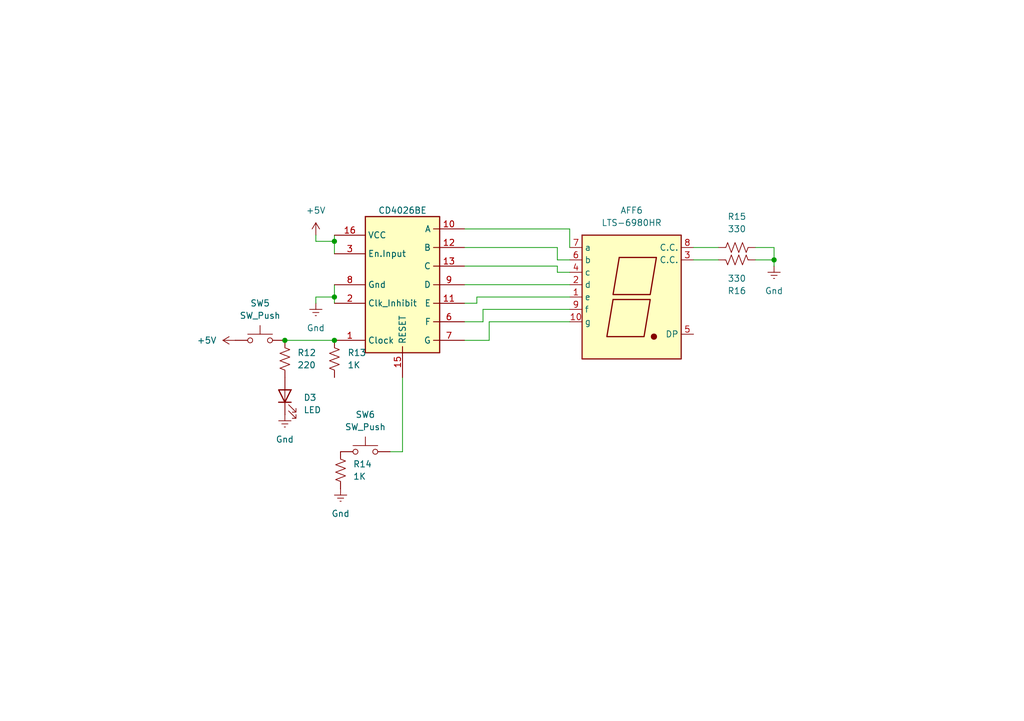
<source format=kicad_sch>
(kicad_sch
	(version 20250114)
	(generator "eeschema")
	(generator_version "9.0")
	(uuid "280cface-01ee-4c6b-af6a-a309d9b90fb2")
	(paper "A5")
	(lib_symbols
		(symbol "4xxx:CD4026BE"
			(exclude_from_sim no)
			(in_bom yes)
			(on_board yes)
			(property "Reference" "CD4026BE"
				(at -0.254 14.986 0)
				(effects
					(font
						(size 1.27 1.27)
					)
					(hide yes)
				)
			)
			(property "Value" ""
				(at 0 0 0)
				(effects
					(font
						(size 1.27 1.27)
					)
				)
			)
			(property "Footprint" ""
				(at 0 0 0)
				(effects
					(font
						(size 1.27 1.27)
					)
					(hide yes)
				)
			)
			(property "Datasheet" ""
				(at 0 0 0)
				(effects
					(font
						(size 1.27 1.27)
					)
					(hide yes)
				)
			)
			(property "Description" ""
				(at 0 0 0)
				(effects
					(font
						(size 1.27 1.27)
					)
					(hide yes)
				)
			)
			(symbol "CD4026BE_1_1"
				(rectangle
					(start -7.62 13.97)
					(end 7.62 -13.97)
					(stroke
						(width 0.254)
						(type default)
					)
					(fill
						(type background)
					)
				)
				(pin power_in line
					(at -13.97 10.16 0)
					(length 6.35)
					(name "VCC"
						(effects
							(font
								(size 1.27 1.27)
							)
						)
					)
					(number "16"
						(effects
							(font
								(size 1.27 1.27)
							)
						)
					)
				)
				(pin input line
					(at -13.97 6.35 0)
					(length 6.35)
					(name "En.Input"
						(effects
							(font
								(size 1.27 1.27)
							)
						)
					)
					(number "3"
						(effects
							(font
								(size 1.27 1.27)
							)
						)
					)
				)
				(pin power_in line
					(at -13.97 0 0)
					(length 6.35)
					(name "Gnd"
						(effects
							(font
								(size 1.27 1.27)
							)
						)
					)
					(number "8"
						(effects
							(font
								(size 1.27 1.27)
							)
						)
					)
				)
				(pin power_in line
					(at -13.97 -3.81 0)
					(length 6.35)
					(name "Clk_Inhibit"
						(effects
							(font
								(size 1.27 1.27)
							)
						)
					)
					(number "2"
						(effects
							(font
								(size 1.27 1.27)
							)
						)
					)
				)
				(pin input line
					(at -13.97 -11.43 0)
					(length 6.35)
					(name "Clock"
						(effects
							(font
								(size 1.27 1.27)
							)
						)
					)
					(number "1"
						(effects
							(font
								(size 1.27 1.27)
							)
						)
					)
				)
				(pin output line
					(at 0 -19.05 90)
					(length 6.35)
					(name "RESET"
						(effects
							(font
								(size 1.27 1.27)
							)
						)
					)
					(number "15"
						(effects
							(font
								(size 1.27 1.27)
							)
						)
					)
				)
				(pin output line
					(at 12.7 11.43 180)
					(length 6.35)
					(name "A"
						(effects
							(font
								(size 1.27 1.27)
							)
						)
					)
					(number "10"
						(effects
							(font
								(size 1.27 1.27)
							)
						)
					)
				)
				(pin output line
					(at 12.7 7.62 180)
					(length 6.35)
					(name "B"
						(effects
							(font
								(size 1.27 1.27)
							)
						)
					)
					(number "12"
						(effects
							(font
								(size 1.27 1.27)
							)
						)
					)
				)
				(pin output line
					(at 12.7 3.81 180)
					(length 6.35)
					(name "C"
						(effects
							(font
								(size 1.27 1.27)
							)
						)
					)
					(number "13"
						(effects
							(font
								(size 1.27 1.27)
							)
						)
					)
				)
				(pin output line
					(at 12.7 0 180)
					(length 6.35)
					(name "D"
						(effects
							(font
								(size 1.27 1.27)
							)
						)
					)
					(number "9"
						(effects
							(font
								(size 1.27 1.27)
							)
						)
					)
				)
				(pin output line
					(at 12.7 -3.81 180)
					(length 6.35)
					(name "E"
						(effects
							(font
								(size 1.27 1.27)
							)
						)
					)
					(number "11"
						(effects
							(font
								(size 1.27 1.27)
							)
						)
					)
				)
				(pin output line
					(at 12.7 -7.62 180)
					(length 6.35)
					(name "F"
						(effects
							(font
								(size 1.27 1.27)
							)
						)
					)
					(number "6"
						(effects
							(font
								(size 1.27 1.27)
							)
						)
					)
				)
				(pin output line
					(at 12.7 -11.43 180)
					(length 6.35)
					(name "G"
						(effects
							(font
								(size 1.27 1.27)
							)
						)
					)
					(number "7"
						(effects
							(font
								(size 1.27 1.27)
							)
						)
					)
				)
			)
			(embedded_fonts no)
		)
		(symbol "CD4026BE:CD4026BE"
			(exclude_from_sim no)
			(in_bom yes)
			(on_board yes)
			(property "Reference" "CD4026BE"
				(at -0.254 14.986 0)
				(effects
					(font
						(size 1.27 1.27)
					)
					(hide yes)
				)
			)
			(property "Value" ""
				(at 0 0 0)
				(effects
					(font
						(size 1.27 1.27)
					)
				)
			)
			(property "Footprint" ""
				(at 0 0 0)
				(effects
					(font
						(size 1.27 1.27)
					)
					(hide yes)
				)
			)
			(property "Datasheet" ""
				(at 0 0 0)
				(effects
					(font
						(size 1.27 1.27)
					)
					(hide yes)
				)
			)
			(property "Description" ""
				(at 0 0 0)
				(effects
					(font
						(size 1.27 1.27)
					)
					(hide yes)
				)
			)
			(embedded_fonts no)
		)
		(symbol "Device:LED"
			(pin_numbers
				(hide yes)
			)
			(pin_names
				(offset 1.016)
				(hide yes)
			)
			(exclude_from_sim no)
			(in_bom yes)
			(on_board yes)
			(property "Reference" "D"
				(at 0 2.54 0)
				(effects
					(font
						(size 1.27 1.27)
					)
				)
			)
			(property "Value" "LED"
				(at 0 -2.54 0)
				(effects
					(font
						(size 1.27 1.27)
					)
				)
			)
			(property "Footprint" ""
				(at 0 0 0)
				(effects
					(font
						(size 1.27 1.27)
					)
					(hide yes)
				)
			)
			(property "Datasheet" "~"
				(at 0 0 0)
				(effects
					(font
						(size 1.27 1.27)
					)
					(hide yes)
				)
			)
			(property "Description" "Light emitting diode"
				(at 0 0 0)
				(effects
					(font
						(size 1.27 1.27)
					)
					(hide yes)
				)
			)
			(property "Sim.Pins" "1=K 2=A"
				(at 0 0 0)
				(effects
					(font
						(size 1.27 1.27)
					)
					(hide yes)
				)
			)
			(property "ki_keywords" "LED diode"
				(at 0 0 0)
				(effects
					(font
						(size 1.27 1.27)
					)
					(hide yes)
				)
			)
			(property "ki_fp_filters" "LED* LED_SMD:* LED_THT:*"
				(at 0 0 0)
				(effects
					(font
						(size 1.27 1.27)
					)
					(hide yes)
				)
			)
			(symbol "LED_0_1"
				(polyline
					(pts
						(xy -3.048 -0.762) (xy -4.572 -2.286) (xy -3.81 -2.286) (xy -4.572 -2.286) (xy -4.572 -1.524)
					)
					(stroke
						(width 0)
						(type default)
					)
					(fill
						(type none)
					)
				)
				(polyline
					(pts
						(xy -1.778 -0.762) (xy -3.302 -2.286) (xy -2.54 -2.286) (xy -3.302 -2.286) (xy -3.302 -1.524)
					)
					(stroke
						(width 0)
						(type default)
					)
					(fill
						(type none)
					)
				)
				(polyline
					(pts
						(xy -1.27 0) (xy 1.27 0)
					)
					(stroke
						(width 0)
						(type default)
					)
					(fill
						(type none)
					)
				)
				(polyline
					(pts
						(xy -1.27 -1.27) (xy -1.27 1.27)
					)
					(stroke
						(width 0.254)
						(type default)
					)
					(fill
						(type none)
					)
				)
				(polyline
					(pts
						(xy 1.27 -1.27) (xy 1.27 1.27) (xy -1.27 0) (xy 1.27 -1.27)
					)
					(stroke
						(width 0.254)
						(type default)
					)
					(fill
						(type none)
					)
				)
			)
			(symbol "LED_1_1"
				(pin passive line
					(at -3.81 0 0)
					(length 2.54)
					(name "K"
						(effects
							(font
								(size 1.27 1.27)
							)
						)
					)
					(number "1"
						(effects
							(font
								(size 1.27 1.27)
							)
						)
					)
				)
				(pin passive line
					(at 3.81 0 180)
					(length 2.54)
					(name "A"
						(effects
							(font
								(size 1.27 1.27)
							)
						)
					)
					(number "2"
						(effects
							(font
								(size 1.27 1.27)
							)
						)
					)
				)
			)
			(embedded_fonts no)
		)
		(symbol "Device:R_US"
			(pin_numbers
				(hide yes)
			)
			(pin_names
				(offset 0)
			)
			(exclude_from_sim no)
			(in_bom yes)
			(on_board yes)
			(property "Reference" "R"
				(at 2.54 0 90)
				(effects
					(font
						(size 1.27 1.27)
					)
				)
			)
			(property "Value" "R_US"
				(at -2.54 0 90)
				(effects
					(font
						(size 1.27 1.27)
					)
				)
			)
			(property "Footprint" ""
				(at 1.016 -0.254 90)
				(effects
					(font
						(size 1.27 1.27)
					)
					(hide yes)
				)
			)
			(property "Datasheet" "~"
				(at 0 0 0)
				(effects
					(font
						(size 1.27 1.27)
					)
					(hide yes)
				)
			)
			(property "Description" "Resistor, US symbol"
				(at 0 0 0)
				(effects
					(font
						(size 1.27 1.27)
					)
					(hide yes)
				)
			)
			(property "ki_keywords" "R res resistor"
				(at 0 0 0)
				(effects
					(font
						(size 1.27 1.27)
					)
					(hide yes)
				)
			)
			(property "ki_fp_filters" "R_*"
				(at 0 0 0)
				(effects
					(font
						(size 1.27 1.27)
					)
					(hide yes)
				)
			)
			(symbol "R_US_0_1"
				(polyline
					(pts
						(xy 0 2.286) (xy 0 2.54)
					)
					(stroke
						(width 0)
						(type default)
					)
					(fill
						(type none)
					)
				)
				(polyline
					(pts
						(xy 0 2.286) (xy 1.016 1.905) (xy 0 1.524) (xy -1.016 1.143) (xy 0 0.762)
					)
					(stroke
						(width 0)
						(type default)
					)
					(fill
						(type none)
					)
				)
				(polyline
					(pts
						(xy 0 0.762) (xy 1.016 0.381) (xy 0 0) (xy -1.016 -0.381) (xy 0 -0.762)
					)
					(stroke
						(width 0)
						(type default)
					)
					(fill
						(type none)
					)
				)
				(polyline
					(pts
						(xy 0 -0.762) (xy 1.016 -1.143) (xy 0 -1.524) (xy -1.016 -1.905) (xy 0 -2.286)
					)
					(stroke
						(width 0)
						(type default)
					)
					(fill
						(type none)
					)
				)
				(polyline
					(pts
						(xy 0 -2.286) (xy 0 -2.54)
					)
					(stroke
						(width 0)
						(type default)
					)
					(fill
						(type none)
					)
				)
			)
			(symbol "R_US_1_1"
				(pin passive line
					(at 0 3.81 270)
					(length 1.27)
					(name "~"
						(effects
							(font
								(size 1.27 1.27)
							)
						)
					)
					(number "1"
						(effects
							(font
								(size 1.27 1.27)
							)
						)
					)
				)
				(pin passive line
					(at 0 -3.81 90)
					(length 1.27)
					(name "~"
						(effects
							(font
								(size 1.27 1.27)
							)
						)
					)
					(number "2"
						(effects
							(font
								(size 1.27 1.27)
							)
						)
					)
				)
			)
			(embedded_fonts no)
		)
		(symbol "Display_Character:LTS-6980HR"
			(exclude_from_sim no)
			(in_bom yes)
			(on_board yes)
			(property "Reference" "AFF1"
				(at 0 17.78 0)
				(effects
					(font
						(size 1.27 1.27)
					)
				)
			)
			(property "Value" "LTS-6980HR"
				(at 0 15.24 0)
				(effects
					(font
						(size 1.27 1.27)
					)
				)
			)
			(property "Footprint" "Display_7Segment:7SegmentLED_LTS6760_LTS6780"
				(at 0 -15.24 0)
				(effects
					(font
						(size 1.27 1.27)
					)
					(hide yes)
				)
			)
			(property "Datasheet" "http://datasheet.octopart.com/LTS-6960HR-Lite-On-datasheet-11803242.pdf"
				(at 0 0 0)
				(effects
					(font
						(size 1.27 1.27)
					)
					(hide yes)
				)
			)
			(property "Description" "DISPLAY 7 SEGMENTS common K, high efficient red"
				(at 0 0 0)
				(effects
					(font
						(size 1.27 1.27)
					)
					(hide yes)
				)
			)
			(property "ki_keywords" "display LED 7-segment"
				(at 0 0 0)
				(effects
					(font
						(size 1.27 1.27)
					)
					(hide yes)
				)
			)
			(property "ki_fp_filters" "7SegmentLED?LTS6760?LTS6780*"
				(at 0 0 0)
				(effects
					(font
						(size 1.27 1.27)
					)
					(hide yes)
				)
			)
			(symbol "LTS-6980HR_0_1"
				(rectangle
					(start -10.16 12.7)
					(end 10.16 -12.7)
					(stroke
						(width 0.254)
						(type default)
					)
					(fill
						(type background)
					)
				)
				(polyline
					(pts
						(xy -3.81 -0.508) (xy 3.81 -0.508) (xy 2.54 -8.128) (xy -5.08 -8.128) (xy -3.81 -0.508) (xy -3.81 -0.508)
					)
					(stroke
						(width 0.254)
						(type default)
					)
					(fill
						(type none)
					)
				)
				(polyline
					(pts
						(xy -2.54 8.128) (xy 5.08 8.128) (xy 3.81 0.508) (xy -3.81 0.508) (xy -2.54 8.128) (xy -2.54 8.128)
					)
					(stroke
						(width 0.254)
						(type default)
					)
					(fill
						(type none)
					)
				)
				(circle
					(center 4.572 -8.128)
					(radius 0.508)
					(stroke
						(width 0.254)
						(type default)
					)
					(fill
						(type outline)
					)
				)
			)
			(symbol "LTS-6980HR_1_1"
				(pin passive line
					(at -12.7 10.16 0)
					(length 2.54)
					(name "a"
						(effects
							(font
								(size 1.27 1.27)
							)
						)
					)
					(number "7"
						(effects
							(font
								(size 1.27 1.27)
							)
						)
					)
				)
				(pin passive line
					(at -12.7 7.62 0)
					(length 2.54)
					(name "b"
						(effects
							(font
								(size 1.27 1.27)
							)
						)
					)
					(number "6"
						(effects
							(font
								(size 1.27 1.27)
							)
						)
					)
				)
				(pin passive line
					(at -12.7 5.08 0)
					(length 2.54)
					(name "c"
						(effects
							(font
								(size 1.27 1.27)
							)
						)
					)
					(number "4"
						(effects
							(font
								(size 1.27 1.27)
							)
						)
					)
				)
				(pin passive line
					(at -12.7 2.54 0)
					(length 2.54)
					(name "d"
						(effects
							(font
								(size 1.27 1.27)
							)
						)
					)
					(number "2"
						(effects
							(font
								(size 1.27 1.27)
							)
						)
					)
				)
				(pin passive line
					(at -12.7 0 0)
					(length 2.54)
					(name "e"
						(effects
							(font
								(size 1.27 1.27)
							)
						)
					)
					(number "1"
						(effects
							(font
								(size 1.27 1.27)
							)
						)
					)
				)
				(pin passive line
					(at -12.7 -2.54 0)
					(length 2.54)
					(name "f"
						(effects
							(font
								(size 1.27 1.27)
							)
						)
					)
					(number "9"
						(effects
							(font
								(size 1.27 1.27)
							)
						)
					)
				)
				(pin passive line
					(at -12.7 -5.08 0)
					(length 2.54)
					(name "g"
						(effects
							(font
								(size 1.27 1.27)
							)
						)
					)
					(number "10"
						(effects
							(font
								(size 1.27 1.27)
							)
						)
					)
				)
				(pin passive line
					(at 12.7 10.16 180)
					(length 2.54)
					(name "C.C."
						(effects
							(font
								(size 1.27 1.27)
							)
						)
					)
					(number "8"
						(effects
							(font
								(size 1.27 1.27)
							)
						)
					)
				)
				(pin passive line
					(at 12.7 7.62 180)
					(length 2.54)
					(name "C.C."
						(effects
							(font
								(size 1.27 1.27)
							)
						)
					)
					(number "3"
						(effects
							(font
								(size 1.27 1.27)
							)
						)
					)
				)
				(pin passive line
					(at 12.7 -7.62 180)
					(length 2.54)
					(name "DP"
						(effects
							(font
								(size 1.27 1.27)
							)
						)
					)
					(number "5"
						(effects
							(font
								(size 1.27 1.27)
							)
						)
					)
				)
			)
			(embedded_fonts no)
		)
		(symbol "Switch:SW_Push"
			(pin_numbers
				(hide yes)
			)
			(pin_names
				(offset 1.016)
				(hide yes)
			)
			(exclude_from_sim no)
			(in_bom yes)
			(on_board yes)
			(property "Reference" "SW"
				(at 1.27 2.54 0)
				(effects
					(font
						(size 1.27 1.27)
					)
					(justify left)
				)
			)
			(property "Value" "SW_Push"
				(at 0 -1.524 0)
				(effects
					(font
						(size 1.27 1.27)
					)
				)
			)
			(property "Footprint" ""
				(at 0 5.08 0)
				(effects
					(font
						(size 1.27 1.27)
					)
					(hide yes)
				)
			)
			(property "Datasheet" "~"
				(at 0 5.08 0)
				(effects
					(font
						(size 1.27 1.27)
					)
					(hide yes)
				)
			)
			(property "Description" "Push button switch, generic, two pins"
				(at 0 0 0)
				(effects
					(font
						(size 1.27 1.27)
					)
					(hide yes)
				)
			)
			(property "ki_keywords" "switch normally-open pushbutton push-button"
				(at 0 0 0)
				(effects
					(font
						(size 1.27 1.27)
					)
					(hide yes)
				)
			)
			(symbol "SW_Push_0_1"
				(circle
					(center -2.032 0)
					(radius 0.508)
					(stroke
						(width 0)
						(type default)
					)
					(fill
						(type none)
					)
				)
				(polyline
					(pts
						(xy 0 1.27) (xy 0 3.048)
					)
					(stroke
						(width 0)
						(type default)
					)
					(fill
						(type none)
					)
				)
				(circle
					(center 2.032 0)
					(radius 0.508)
					(stroke
						(width 0)
						(type default)
					)
					(fill
						(type none)
					)
				)
				(polyline
					(pts
						(xy 2.54 1.27) (xy -2.54 1.27)
					)
					(stroke
						(width 0)
						(type default)
					)
					(fill
						(type none)
					)
				)
				(pin passive line
					(at -5.08 0 0)
					(length 2.54)
					(name "1"
						(effects
							(font
								(size 1.27 1.27)
							)
						)
					)
					(number "1"
						(effects
							(font
								(size 1.27 1.27)
							)
						)
					)
				)
				(pin passive line
					(at 5.08 0 180)
					(length 2.54)
					(name "2"
						(effects
							(font
								(size 1.27 1.27)
							)
						)
					)
					(number "2"
						(effects
							(font
								(size 1.27 1.27)
							)
						)
					)
				)
			)
			(embedded_fonts no)
		)
		(symbol "power:+5V"
			(power)
			(pin_numbers
				(hide yes)
			)
			(pin_names
				(offset 0)
				(hide yes)
			)
			(exclude_from_sim no)
			(in_bom yes)
			(on_board yes)
			(property "Reference" "#PWR"
				(at 0 -3.81 0)
				(effects
					(font
						(size 1.27 1.27)
					)
					(hide yes)
				)
			)
			(property "Value" "+5V"
				(at 0 3.556 0)
				(effects
					(font
						(size 1.27 1.27)
					)
				)
			)
			(property "Footprint" ""
				(at 0 0 0)
				(effects
					(font
						(size 1.27 1.27)
					)
					(hide yes)
				)
			)
			(property "Datasheet" ""
				(at 0 0 0)
				(effects
					(font
						(size 1.27 1.27)
					)
					(hide yes)
				)
			)
			(property "Description" "Power symbol creates a global label with name \"+5V\""
				(at 0 0 0)
				(effects
					(font
						(size 1.27 1.27)
					)
					(hide yes)
				)
			)
			(property "ki_keywords" "global power"
				(at 0 0 0)
				(effects
					(font
						(size 1.27 1.27)
					)
					(hide yes)
				)
			)
			(symbol "+5V_0_1"
				(polyline
					(pts
						(xy -0.762 1.27) (xy 0 2.54)
					)
					(stroke
						(width 0)
						(type default)
					)
					(fill
						(type none)
					)
				)
				(polyline
					(pts
						(xy 0 2.54) (xy 0.762 1.27)
					)
					(stroke
						(width 0)
						(type default)
					)
					(fill
						(type none)
					)
				)
				(polyline
					(pts
						(xy 0 0) (xy 0 2.54)
					)
					(stroke
						(width 0)
						(type default)
					)
					(fill
						(type none)
					)
				)
			)
			(symbol "+5V_1_1"
				(pin power_in line
					(at 0 0 90)
					(length 0)
					(name "~"
						(effects
							(font
								(size 1.27 1.27)
							)
						)
					)
					(number "1"
						(effects
							(font
								(size 1.27 1.27)
							)
						)
					)
				)
			)
			(embedded_fonts no)
		)
		(symbol "power:Earth"
			(power)
			(pin_numbers
				(hide yes)
			)
			(pin_names
				(offset 0)
				(hide yes)
			)
			(exclude_from_sim no)
			(in_bom yes)
			(on_board yes)
			(property "Reference" "#PWR"
				(at 0 -6.35 0)
				(effects
					(font
						(size 1.27 1.27)
					)
					(hide yes)
				)
			)
			(property "Value" "Earth"
				(at 0 -3.81 0)
				(effects
					(font
						(size 1.27 1.27)
					)
				)
			)
			(property "Footprint" ""
				(at 0 0 0)
				(effects
					(font
						(size 1.27 1.27)
					)
					(hide yes)
				)
			)
			(property "Datasheet" "~"
				(at 0 0 0)
				(effects
					(font
						(size 1.27 1.27)
					)
					(hide yes)
				)
			)
			(property "Description" "Power symbol creates a global label with name \"Earth\""
				(at 0 0 0)
				(effects
					(font
						(size 1.27 1.27)
					)
					(hide yes)
				)
			)
			(property "ki_keywords" "global ground gnd"
				(at 0 0 0)
				(effects
					(font
						(size 1.27 1.27)
					)
					(hide yes)
				)
			)
			(symbol "Earth_0_1"
				(polyline
					(pts
						(xy -0.635 -1.905) (xy 0.635 -1.905)
					)
					(stroke
						(width 0)
						(type default)
					)
					(fill
						(type none)
					)
				)
				(polyline
					(pts
						(xy -0.127 -2.54) (xy 0.127 -2.54)
					)
					(stroke
						(width 0)
						(type default)
					)
					(fill
						(type none)
					)
				)
				(polyline
					(pts
						(xy 0 -1.27) (xy 0 0)
					)
					(stroke
						(width 0)
						(type default)
					)
					(fill
						(type none)
					)
				)
				(polyline
					(pts
						(xy 1.27 -1.27) (xy -1.27 -1.27)
					)
					(stroke
						(width 0)
						(type default)
					)
					(fill
						(type none)
					)
				)
			)
			(symbol "Earth_1_1"
				(pin power_in line
					(at 0 0 270)
					(length 0)
					(name "~"
						(effects
							(font
								(size 1.27 1.27)
							)
						)
					)
					(number "1"
						(effects
							(font
								(size 1.27 1.27)
							)
						)
					)
				)
			)
			(embedded_fonts no)
		)
	)
	(junction
		(at 68.58 69.85)
		(diameter 0)
		(color 0 0 0 0)
		(uuid "09887eaf-08db-456a-a1e8-54376d229ea3")
	)
	(junction
		(at 68.58 49.53)
		(diameter 0)
		(color 0 0 0 0)
		(uuid "694099f0-0a33-410b-9007-9f7502238ce3")
	)
	(junction
		(at 68.58 60.96)
		(diameter 0)
		(color 0 0 0 0)
		(uuid "6aaf5177-373c-449a-aaeb-eebda478c955")
	)
	(junction
		(at 158.75 53.34)
		(diameter 0)
		(color 0 0 0 0)
		(uuid "9a333de2-286e-4deb-9749-b4d826f30be8")
	)
	(junction
		(at 58.42 69.85)
		(diameter 0)
		(color 0 0 0 0)
		(uuid "fd97b728-3db7-4027-b27b-9a3e86753d2c")
	)
	(wire
		(pts
			(xy 95.25 69.85) (xy 100.33 69.85)
		)
		(stroke
			(width 0)
			(type default)
		)
		(uuid "10d373eb-0729-491f-b55e-0c8954aa6718")
	)
	(wire
		(pts
			(xy 116.84 63.5) (xy 99.06 63.5)
		)
		(stroke
			(width 0)
			(type default)
		)
		(uuid "11f0db8f-8cf3-48ec-a763-6ac110fd14bb")
	)
	(wire
		(pts
			(xy 114.3 55.88) (xy 114.3 54.61)
		)
		(stroke
			(width 0)
			(type default)
		)
		(uuid "1d0553ae-52c8-4aa7-8fa1-380db298450a")
	)
	(wire
		(pts
			(xy 58.42 69.85) (xy 68.58 69.85)
		)
		(stroke
			(width 0)
			(type default)
		)
		(uuid "21bbc1e8-f786-452e-8301-be6b81cf7aa8")
	)
	(wire
		(pts
			(xy 114.3 50.8) (xy 114.3 53.34)
		)
		(stroke
			(width 0)
			(type default)
		)
		(uuid "280faeaa-aa0d-443a-8ab7-55483b9688b5")
	)
	(wire
		(pts
			(xy 64.77 48.26) (xy 64.77 49.53)
		)
		(stroke
			(width 0)
			(type default)
		)
		(uuid "2c3a569a-3048-4e01-940d-8e6dc61608cd")
	)
	(wire
		(pts
			(xy 114.3 54.61) (xy 95.25 54.61)
		)
		(stroke
			(width 0)
			(type default)
		)
		(uuid "344be750-a597-45b9-8975-eb54e52ca471")
	)
	(wire
		(pts
			(xy 82.55 92.71) (xy 82.55 77.47)
		)
		(stroke
			(width 0)
			(type default)
		)
		(uuid "3c146d2f-44da-45c1-85a0-e5d91b6e60c7")
	)
	(wire
		(pts
			(xy 154.94 50.8) (xy 158.75 50.8)
		)
		(stroke
			(width 0)
			(type default)
		)
		(uuid "486e928a-c334-4bfc-9e53-5400020e1318")
	)
	(wire
		(pts
			(xy 97.79 60.96) (xy 97.79 62.23)
		)
		(stroke
			(width 0)
			(type default)
		)
		(uuid "533409dd-9fd7-42dc-93a4-84a323355d1b")
	)
	(wire
		(pts
			(xy 116.84 55.88) (xy 114.3 55.88)
		)
		(stroke
			(width 0)
			(type default)
		)
		(uuid "54bc1f88-7fdc-4fe8-932a-249a83cbd89f")
	)
	(wire
		(pts
			(xy 80.01 92.71) (xy 82.55 92.71)
		)
		(stroke
			(width 0)
			(type default)
		)
		(uuid "5f608f8f-dc35-474b-ba62-84deb867a20d")
	)
	(wire
		(pts
			(xy 68.58 60.96) (xy 68.58 62.23)
		)
		(stroke
			(width 0)
			(type default)
		)
		(uuid "61b2d02d-9bec-49ba-a5c5-acda1f040e69")
	)
	(wire
		(pts
			(xy 114.3 50.8) (xy 95.25 50.8)
		)
		(stroke
			(width 0)
			(type default)
		)
		(uuid "620f49f6-cda5-4caa-998d-fa1f492d2766")
	)
	(wire
		(pts
			(xy 116.84 66.04) (xy 100.33 66.04)
		)
		(stroke
			(width 0)
			(type default)
		)
		(uuid "6f51f380-5e67-4199-8b13-c8da8814866e")
	)
	(wire
		(pts
			(xy 68.58 48.26) (xy 68.58 49.53)
		)
		(stroke
			(width 0)
			(type default)
		)
		(uuid "727518cb-cc7a-4073-8110-9ded29af4358")
	)
	(wire
		(pts
			(xy 158.75 53.34) (xy 158.75 54.61)
		)
		(stroke
			(width 0)
			(type default)
		)
		(uuid "7a96d804-2165-4f72-9ae4-791c98fe4fa9")
	)
	(wire
		(pts
			(xy 68.58 60.96) (xy 64.77 60.96)
		)
		(stroke
			(width 0)
			(type default)
		)
		(uuid "86c22bfc-f901-46bf-860a-63c65c206f9d")
	)
	(wire
		(pts
			(xy 95.25 58.42) (xy 116.84 58.42)
		)
		(stroke
			(width 0)
			(type default)
		)
		(uuid "98fa0d69-0990-4173-8a1c-c542ddcdf97b")
	)
	(wire
		(pts
			(xy 100.33 66.04) (xy 100.33 69.85)
		)
		(stroke
			(width 0)
			(type default)
		)
		(uuid "a0b774a5-f7fc-4764-9806-53605c7852b0")
	)
	(wire
		(pts
			(xy 64.77 60.96) (xy 64.77 62.23)
		)
		(stroke
			(width 0)
			(type default)
		)
		(uuid "a56c0807-fd6b-497e-8964-90da9442c2d5")
	)
	(wire
		(pts
			(xy 154.94 53.34) (xy 158.75 53.34)
		)
		(stroke
			(width 0)
			(type default)
		)
		(uuid "aecf4f6f-4839-4777-a511-d66bfbfc63b2")
	)
	(wire
		(pts
			(xy 116.84 60.96) (xy 97.79 60.96)
		)
		(stroke
			(width 0)
			(type default)
		)
		(uuid "b454432d-ff2f-4b3f-96e4-bb7ec1d124be")
	)
	(wire
		(pts
			(xy 116.84 50.8) (xy 116.84 46.99)
		)
		(stroke
			(width 0)
			(type default)
		)
		(uuid "b7b0a67e-e7db-4bfc-8e27-21c914d37332")
	)
	(wire
		(pts
			(xy 99.06 66.04) (xy 95.25 66.04)
		)
		(stroke
			(width 0)
			(type default)
		)
		(uuid "c214d48e-edb5-499c-be62-132c022807de")
	)
	(wire
		(pts
			(xy 142.24 50.8) (xy 147.32 50.8)
		)
		(stroke
			(width 0)
			(type default)
		)
		(uuid "c9432e22-25a9-47df-8787-f54edf679f27")
	)
	(wire
		(pts
			(xy 158.75 50.8) (xy 158.75 53.34)
		)
		(stroke
			(width 0)
			(type default)
		)
		(uuid "ccfebdd5-d188-46b8-9d29-9f21ae999ac8")
	)
	(wire
		(pts
			(xy 68.58 49.53) (xy 64.77 49.53)
		)
		(stroke
			(width 0)
			(type default)
		)
		(uuid "d357c9a7-e2c0-4b00-b5d9-915d850d8d39")
	)
	(wire
		(pts
			(xy 116.84 53.34) (xy 114.3 53.34)
		)
		(stroke
			(width 0)
			(type default)
		)
		(uuid "d399da53-e0cf-40f3-ae99-37b432b1fb24")
	)
	(wire
		(pts
			(xy 68.58 49.53) (xy 68.58 52.07)
		)
		(stroke
			(width 0)
			(type default)
		)
		(uuid "d72f513f-e110-4664-9b27-2f7f9fbd8b8f")
	)
	(wire
		(pts
			(xy 68.58 58.42) (xy 68.58 60.96)
		)
		(stroke
			(width 0)
			(type default)
		)
		(uuid "e549fe2c-b485-4a19-a3c9-520988f8d855")
	)
	(wire
		(pts
			(xy 142.24 53.34) (xy 147.32 53.34)
		)
		(stroke
			(width 0)
			(type default)
		)
		(uuid "f56facc6-21be-4159-8958-bf898f20fc5a")
	)
	(wire
		(pts
			(xy 97.79 62.23) (xy 95.25 62.23)
		)
		(stroke
			(width 0)
			(type default)
		)
		(uuid "f7facd7d-8b0e-47f1-b4f5-86af5b837906")
	)
	(wire
		(pts
			(xy 99.06 63.5) (xy 99.06 66.04)
		)
		(stroke
			(width 0)
			(type default)
		)
		(uuid "f7fcaf5b-24a9-45c0-abfa-20197d953f00")
	)
	(wire
		(pts
			(xy 95.25 46.99) (xy 116.84 46.99)
		)
		(stroke
			(width 0)
			(type default)
		)
		(uuid "f8f33699-ee31-470d-9ee0-5050195cc3a8")
	)
	(symbol
		(lib_id "Device:LED")
		(at 58.42 81.28 90)
		(unit 1)
		(exclude_from_sim no)
		(in_bom yes)
		(on_board yes)
		(dnp no)
		(fields_autoplaced yes)
		(uuid "1be610ae-474d-4a43-be84-6b9e71bd06d6")
		(property "Reference" "D3"
			(at 62.23 81.5974 90)
			(effects
				(font
					(size 1.27 1.27)
				)
				(justify right)
			)
		)
		(property "Value" "LED"
			(at 62.23 84.1374 90)
			(effects
				(font
					(size 1.27 1.27)
				)
				(justify right)
			)
		)
		(property "Footprint" ""
			(at 58.42 81.28 0)
			(effects
				(font
					(size 1.27 1.27)
				)
				(hide yes)
			)
		)
		(property "Datasheet" "~"
			(at 58.42 81.28 0)
			(effects
				(font
					(size 1.27 1.27)
				)
				(hide yes)
			)
		)
		(property "Description" "Light emitting diode"
			(at 58.42 81.28 0)
			(effects
				(font
					(size 1.27 1.27)
				)
				(hide yes)
			)
		)
		(property "Sim.Pins" "1=K 2=A"
			(at 58.42 81.28 0)
			(effects
				(font
					(size 1.27 1.27)
				)
				(hide yes)
			)
		)
		(pin "1"
			(uuid "2e85ab01-4464-4a3e-b3b3-1642e6452d01")
		)
		(pin "2"
			(uuid "0516a5e0-e4dd-4e80-9bcd-f06e3a48c4db")
		)
		(instances
			(project "Basic 7-Segment Counter"
				(path "/d089bf06-1a90-44df-8107-fce629e9dd1e/cecb6c70-f15e-4f77-a7cd-374f7bee0364"
					(reference "D3")
					(unit 1)
				)
			)
		)
	)
	(symbol
		(lib_id "Display_Character:LTS-6980HR")
		(at 129.54 60.96 0)
		(unit 1)
		(exclude_from_sim no)
		(in_bom yes)
		(on_board yes)
		(dnp no)
		(fields_autoplaced yes)
		(uuid "5e04ee68-7266-4b24-9af1-a07e908c0024")
		(property "Reference" "AFF6"
			(at 129.54 43.18 0)
			(effects
				(font
					(size 1.27 1.27)
				)
			)
		)
		(property "Value" "LTS-6980HR"
			(at 129.54 45.72 0)
			(effects
				(font
					(size 1.27 1.27)
				)
			)
		)
		(property "Footprint" "Display_7Segment:7SegmentLED_LTS6760_LTS6780"
			(at 129.54 76.2 0)
			(effects
				(font
					(size 1.27 1.27)
				)
				(hide yes)
			)
		)
		(property "Datasheet" "http://datasheet.octopart.com/LTS-6960HR-Lite-On-datasheet-11803242.pdf"
			(at 129.54 60.96 0)
			(effects
				(font
					(size 1.27 1.27)
				)
				(hide yes)
			)
		)
		(property "Description" "DISPLAY 7 SEGMENTS common K, high efficient red"
			(at 129.54 60.96 0)
			(effects
				(font
					(size 1.27 1.27)
				)
				(hide yes)
			)
		)
		(pin "1"
			(uuid "6b334704-8a7a-4bcd-974a-40e5d4cf1ebf")
		)
		(pin "8"
			(uuid "83b629e4-297f-4a48-87b0-907ac63e7f18")
		)
		(pin "10"
			(uuid "e8adf9ee-b399-4174-82ec-b305e7b84c33")
		)
		(pin "2"
			(uuid "42360f4d-1d2d-435a-9c12-cc6cde4e306e")
		)
		(pin "9"
			(uuid "4abb5a13-fd50-499d-9fee-f0259579cb2b")
		)
		(pin "3"
			(uuid "17a435bc-a81d-418f-8188-8575d30f743d")
		)
		(pin "5"
			(uuid "2a9da7ce-5655-408b-aa00-3d0154d34dea")
		)
		(pin "6"
			(uuid "6c788ccd-0cfa-40ba-a98a-93cb9144626b")
		)
		(pin "4"
			(uuid "18b1be81-58e5-47eb-b96c-4a98e32772b6")
		)
		(pin "7"
			(uuid "993af741-3c2e-48f7-8ee5-b3d8b9839027")
		)
		(instances
			(project "Basic 7-Segment Counter"
				(path "/d089bf06-1a90-44df-8107-fce629e9dd1e/cecb6c70-f15e-4f77-a7cd-374f7bee0364"
					(reference "AFF6")
					(unit 1)
				)
			)
		)
	)
	(symbol
		(lib_id "power:+5V")
		(at 48.26 69.85 90)
		(unit 1)
		(exclude_from_sim no)
		(in_bom yes)
		(on_board yes)
		(dnp no)
		(fields_autoplaced yes)
		(uuid "61c6cb2e-7815-4861-b1ce-71dbbd3a5a3c")
		(property "Reference" "#PWR013"
			(at 52.07 69.85 0)
			(effects
				(font
					(size 1.27 1.27)
				)
				(hide yes)
			)
		)
		(property "Value" "+5V"
			(at 44.45 69.8499 90)
			(effects
				(font
					(size 1.27 1.27)
				)
				(justify left)
			)
		)
		(property "Footprint" ""
			(at 48.26 69.85 0)
			(effects
				(font
					(size 1.27 1.27)
				)
				(hide yes)
			)
		)
		(property "Datasheet" ""
			(at 48.26 69.85 0)
			(effects
				(font
					(size 1.27 1.27)
				)
				(hide yes)
			)
		)
		(property "Description" "Power symbol creates a global label with name \"+5V\""
			(at 48.26 69.85 0)
			(effects
				(font
					(size 1.27 1.27)
				)
				(hide yes)
			)
		)
		(pin "1"
			(uuid "da98a3ac-7622-4047-a392-43148019b872")
		)
		(instances
			(project "Basic 7-Segment Counter"
				(path "/d089bf06-1a90-44df-8107-fce629e9dd1e/cecb6c70-f15e-4f77-a7cd-374f7bee0364"
					(reference "#PWR013")
					(unit 1)
				)
			)
		)
	)
	(symbol
		(lib_id "power:Earth")
		(at 69.85 100.33 0)
		(unit 1)
		(exclude_from_sim no)
		(in_bom yes)
		(on_board yes)
		(dnp no)
		(fields_autoplaced yes)
		(uuid "64004d89-ea62-4114-ac04-1f3a3b3cf0c9")
		(property "Reference" "#PWR017"
			(at 69.85 106.68 0)
			(effects
				(font
					(size 1.27 1.27)
				)
				(hide yes)
			)
		)
		(property "Value" "Gnd"
			(at 69.85 105.41 0)
			(effects
				(font
					(size 1.27 1.27)
				)
			)
		)
		(property "Footprint" ""
			(at 69.85 100.33 0)
			(effects
				(font
					(size 1.27 1.27)
				)
				(hide yes)
			)
		)
		(property "Datasheet" "~"
			(at 69.85 100.33 0)
			(effects
				(font
					(size 1.27 1.27)
				)
				(hide yes)
			)
		)
		(property "Description" "Power symbol creates a global label with name \"Earth\""
			(at 69.85 100.33 0)
			(effects
				(font
					(size 1.27 1.27)
				)
				(hide yes)
			)
		)
		(pin "1"
			(uuid "702f05d0-dce2-4759-b1c9-bb304726c0df")
		)
		(instances
			(project "Basic 7-Segment Counter"
				(path "/d089bf06-1a90-44df-8107-fce629e9dd1e/cecb6c70-f15e-4f77-a7cd-374f7bee0364"
					(reference "#PWR017")
					(unit 1)
				)
			)
		)
	)
	(symbol
		(lib_id "4xxx:CD4026BE")
		(at 82.55 58.42 0)
		(unit 1)
		(exclude_from_sim no)
		(in_bom yes)
		(on_board yes)
		(dnp no)
		(uuid "69fe4b03-36f8-423b-88f9-b93afc4d1d3e")
		(property "Reference" "CD4026BE8"
			(at 82.296 43.434 0)
			(effects
				(font
					(size 1.27 1.27)
				)
				(hide yes)
			)
		)
		(property "Value" "CD4026BE"
			(at 82.55 43.18 0)
			(effects
				(font
					(size 1.27 1.27)
				)
			)
		)
		(property "Footprint" ""
			(at 82.55 58.42 0)
			(effects
				(font
					(size 1.27 1.27)
				)
				(hide yes)
			)
		)
		(property "Datasheet" ""
			(at 82.55 58.42 0)
			(effects
				(font
					(size 1.27 1.27)
				)
				(hide yes)
			)
		)
		(property "Description" ""
			(at 82.55 58.42 0)
			(effects
				(font
					(size 1.27 1.27)
				)
				(hide yes)
			)
		)
		(pin "13"
			(uuid "83b9176f-7db2-4e08-a0b3-3cda2e4cd3bd")
		)
		(pin "11"
			(uuid "d7e1e229-3e44-4874-beb1-82ef309c9f69")
		)
		(pin "6"
			(uuid "d55683ec-5045-41f4-b1bc-1f03e1e361ec")
		)
		(pin "10"
			(uuid "c47ff3be-a893-4b7d-b885-47325d219f62")
		)
		(pin "12"
			(uuid "99f1d4d1-804e-4de6-8e5f-cea907f8aa03")
		)
		(pin "7"
			(uuid "9bc2030d-b2f9-4823-8990-2b8741a09bd3")
		)
		(pin "3"
			(uuid "b4b222e5-14b9-4819-aff2-556a7aa36fe1")
		)
		(pin "15"
			(uuid "684f5ed5-08a6-4ac0-8133-c889ddcca645")
		)
		(pin "16"
			(uuid "b917b200-1b7a-4a63-be12-0890f2e0e0bf")
		)
		(pin "1"
			(uuid "bdccc63d-c28f-4ae7-9d07-27c6b9520316")
		)
		(pin "9"
			(uuid "cd044b0b-16f2-4209-ad21-9ebea643af4a")
		)
		(pin "2"
			(uuid "e04c9bc1-911b-4c5a-992f-098fc582932b")
		)
		(pin "8"
			(uuid "755c9aa1-2481-4d35-ad89-b1efae2ea5fd")
		)
		(instances
			(project "Basic 7-Segment Counter"
				(path "/d089bf06-1a90-44df-8107-fce629e9dd1e/cecb6c70-f15e-4f77-a7cd-374f7bee0364"
					(reference "CD4026BE8")
					(unit 1)
				)
			)
		)
	)
	(symbol
		(lib_id "power:Earth")
		(at 158.75 54.61 0)
		(unit 1)
		(exclude_from_sim no)
		(in_bom yes)
		(on_board yes)
		(dnp no)
		(fields_autoplaced yes)
		(uuid "7167d178-bb10-460a-a341-55ed36991442")
		(property "Reference" "#PWR018"
			(at 158.75 60.96 0)
			(effects
				(font
					(size 1.27 1.27)
				)
				(hide yes)
			)
		)
		(property "Value" "Gnd"
			(at 158.75 59.69 0)
			(effects
				(font
					(size 1.27 1.27)
				)
			)
		)
		(property "Footprint" ""
			(at 158.75 54.61 0)
			(effects
				(font
					(size 1.27 1.27)
				)
				(hide yes)
			)
		)
		(property "Datasheet" "~"
			(at 158.75 54.61 0)
			(effects
				(font
					(size 1.27 1.27)
				)
				(hide yes)
			)
		)
		(property "Description" "Power symbol creates a global label with name \"Earth\""
			(at 158.75 54.61 0)
			(effects
				(font
					(size 1.27 1.27)
				)
				(hide yes)
			)
		)
		(pin "1"
			(uuid "ca14b3c3-a80a-446e-866f-847d1854968e")
		)
		(instances
			(project "Basic 7-Segment Counter"
				(path "/d089bf06-1a90-44df-8107-fce629e9dd1e/cecb6c70-f15e-4f77-a7cd-374f7bee0364"
					(reference "#PWR018")
					(unit 1)
				)
			)
		)
	)
	(symbol
		(lib_id "Device:R_US")
		(at 68.58 73.66 0)
		(unit 1)
		(exclude_from_sim no)
		(in_bom yes)
		(on_board yes)
		(dnp no)
		(fields_autoplaced yes)
		(uuid "75973531-5509-4090-aae8-a64b541dc995")
		(property "Reference" "R13"
			(at 71.2415 72.3899 0)
			(effects
				(font
					(size 1.27 1.27)
				)
				(justify left)
			)
		)
		(property "Value" "1K"
			(at 71.2415 74.9299 0)
			(effects
				(font
					(size 1.27 1.27)
				)
				(justify left)
			)
		)
		(property "Footprint" ""
			(at 69.596 73.914 90)
			(effects
				(font
					(size 1.27 1.27)
				)
				(hide yes)
			)
		)
		(property "Datasheet" "~"
			(at 68.58 73.66 0)
			(effects
				(font
					(size 1.27 1.27)
				)
				(hide yes)
			)
		)
		(property "Description" "Resistor, US symbol"
			(at 68.58 73.66 0)
			(effects
				(font
					(size 1.27 1.27)
				)
				(hide yes)
			)
		)
		(pin "1"
			(uuid "797df2e6-f59d-414a-a600-474637330b25")
		)
		(pin "2"
			(uuid "b054ea4a-e406-4d10-ae71-4ba62eb728be")
		)
		(instances
			(project "Basic 7-Segment Counter"
				(path "/d089bf06-1a90-44df-8107-fce629e9dd1e/cecb6c70-f15e-4f77-a7cd-374f7bee0364"
					(reference "R13")
					(unit 1)
				)
			)
		)
	)
	(symbol
		(lib_id "Device:R_US")
		(at 69.85 96.52 0)
		(unit 1)
		(exclude_from_sim no)
		(in_bom yes)
		(on_board yes)
		(dnp no)
		(fields_autoplaced yes)
		(uuid "89775720-91d4-42a6-af14-eb0ffe7b203d")
		(property "Reference" "R14"
			(at 72.39 95.2499 0)
			(effects
				(font
					(size 1.27 1.27)
				)
				(justify left)
			)
		)
		(property "Value" "1K"
			(at 72.39 97.7899 0)
			(effects
				(font
					(size 1.27 1.27)
				)
				(justify left)
			)
		)
		(property "Footprint" ""
			(at 70.866 96.774 90)
			(effects
				(font
					(size 1.27 1.27)
				)
				(hide yes)
			)
		)
		(property "Datasheet" "~"
			(at 69.85 96.52 0)
			(effects
				(font
					(size 1.27 1.27)
				)
				(hide yes)
			)
		)
		(property "Description" "Resistor, US symbol"
			(at 69.85 96.52 0)
			(effects
				(font
					(size 1.27 1.27)
				)
				(hide yes)
			)
		)
		(pin "1"
			(uuid "b42003f9-58c4-48e4-85d7-11a441c696cf")
		)
		(pin "2"
			(uuid "389b3db6-655c-47dd-a638-c414f1dc60c5")
		)
		(instances
			(project "Basic 7-Segment Counter"
				(path "/d089bf06-1a90-44df-8107-fce629e9dd1e/cecb6c70-f15e-4f77-a7cd-374f7bee0364"
					(reference "R14")
					(unit 1)
				)
			)
		)
	)
	(symbol
		(lib_id "Device:R_US")
		(at 58.42 73.66 0)
		(unit 1)
		(exclude_from_sim no)
		(in_bom yes)
		(on_board yes)
		(dnp no)
		(uuid "945eb3a2-2771-4874-b86b-bbd76aa456bf")
		(property "Reference" "R12"
			(at 60.96 72.3899 0)
			(effects
				(font
					(size 1.27 1.27)
				)
				(justify left)
			)
		)
		(property "Value" "220"
			(at 60.96 74.9299 0)
			(effects
				(font
					(size 1.27 1.27)
				)
				(justify left)
			)
		)
		(property "Footprint" ""
			(at 59.436 73.914 90)
			(effects
				(font
					(size 1.27 1.27)
				)
				(hide yes)
			)
		)
		(property "Datasheet" "~"
			(at 58.42 73.66 0)
			(effects
				(font
					(size 1.27 1.27)
				)
				(hide yes)
			)
		)
		(property "Description" "Resistor, US symbol"
			(at 58.42 73.66 0)
			(effects
				(font
					(size 1.27 1.27)
				)
				(hide yes)
			)
		)
		(pin "1"
			(uuid "a5d71fcb-d594-497a-aca8-3e8561aa1457")
		)
		(pin "2"
			(uuid "912efcd3-2431-4908-8309-0cb4ddca692e")
		)
		(instances
			(project "Basic 7-Segment Counter"
				(path "/d089bf06-1a90-44df-8107-fce629e9dd1e/cecb6c70-f15e-4f77-a7cd-374f7bee0364"
					(reference "R12")
					(unit 1)
				)
			)
		)
	)
	(symbol
		(lib_id "power:Earth")
		(at 58.42 85.09 0)
		(unit 1)
		(exclude_from_sim no)
		(in_bom yes)
		(on_board yes)
		(dnp no)
		(fields_autoplaced yes)
		(uuid "a8388f5a-a83e-4fab-b62f-969347e0c118")
		(property "Reference" "#PWR014"
			(at 58.42 91.44 0)
			(effects
				(font
					(size 1.27 1.27)
				)
				(hide yes)
			)
		)
		(property "Value" "Gnd"
			(at 58.42 90.17 0)
			(effects
				(font
					(size 1.27 1.27)
				)
			)
		)
		(property "Footprint" ""
			(at 58.42 85.09 0)
			(effects
				(font
					(size 1.27 1.27)
				)
				(hide yes)
			)
		)
		(property "Datasheet" "~"
			(at 58.42 85.09 0)
			(effects
				(font
					(size 1.27 1.27)
				)
				(hide yes)
			)
		)
		(property "Description" "Power symbol creates a global label with name \"Earth\""
			(at 58.42 85.09 0)
			(effects
				(font
					(size 1.27 1.27)
				)
				(hide yes)
			)
		)
		(pin "1"
			(uuid "bd14e414-792b-4635-8a2f-806406283801")
		)
		(instances
			(project "Basic 7-Segment Counter"
				(path "/d089bf06-1a90-44df-8107-fce629e9dd1e/cecb6c70-f15e-4f77-a7cd-374f7bee0364"
					(reference "#PWR014")
					(unit 1)
				)
			)
		)
	)
	(symbol
		(lib_id "power:+5V")
		(at 64.77 48.26 0)
		(unit 1)
		(exclude_from_sim no)
		(in_bom yes)
		(on_board yes)
		(dnp no)
		(fields_autoplaced yes)
		(uuid "a8fa1b2f-4c1e-49cb-9d06-dcc133260036")
		(property "Reference" "#PWR015"
			(at 64.77 52.07 0)
			(effects
				(font
					(size 1.27 1.27)
				)
				(hide yes)
			)
		)
		(property "Value" "+5V"
			(at 64.77 43.18 0)
			(effects
				(font
					(size 1.27 1.27)
				)
			)
		)
		(property "Footprint" ""
			(at 64.77 48.26 0)
			(effects
				(font
					(size 1.27 1.27)
				)
				(hide yes)
			)
		)
		(property "Datasheet" ""
			(at 64.77 48.26 0)
			(effects
				(font
					(size 1.27 1.27)
				)
				(hide yes)
			)
		)
		(property "Description" "Power symbol creates a global label with name \"+5V\""
			(at 64.77 48.26 0)
			(effects
				(font
					(size 1.27 1.27)
				)
				(hide yes)
			)
		)
		(pin "1"
			(uuid "c09fcce7-67dd-4698-b98e-1b3b2856bd63")
		)
		(instances
			(project "Basic 7-Segment Counter"
				(path "/d089bf06-1a90-44df-8107-fce629e9dd1e/cecb6c70-f15e-4f77-a7cd-374f7bee0364"
					(reference "#PWR015")
					(unit 1)
				)
			)
		)
	)
	(symbol
		(lib_id "Switch:SW_Push")
		(at 53.34 69.85 0)
		(unit 1)
		(exclude_from_sim no)
		(in_bom yes)
		(on_board yes)
		(dnp no)
		(fields_autoplaced yes)
		(uuid "b2ba92ec-d2f7-4168-a230-fa106e3bd2f9")
		(property "Reference" "SW5"
			(at 53.34 62.23 0)
			(effects
				(font
					(size 1.27 1.27)
				)
			)
		)
		(property "Value" "SW_Push"
			(at 53.34 64.77 0)
			(effects
				(font
					(size 1.27 1.27)
				)
			)
		)
		(property "Footprint" ""
			(at 53.34 64.77 0)
			(effects
				(font
					(size 1.27 1.27)
				)
				(hide yes)
			)
		)
		(property "Datasheet" "~"
			(at 53.34 64.77 0)
			(effects
				(font
					(size 1.27 1.27)
				)
				(hide yes)
			)
		)
		(property "Description" "Push button switch, generic, two pins"
			(at 53.34 69.85 0)
			(effects
				(font
					(size 1.27 1.27)
				)
				(hide yes)
			)
		)
		(pin "1"
			(uuid "acef22fb-c65c-454e-9446-341403d893b5")
		)
		(pin "2"
			(uuid "f25d0f8c-8bbe-44e1-ace4-89108aa86c18")
		)
		(instances
			(project "Basic 7-Segment Counter"
				(path "/d089bf06-1a90-44df-8107-fce629e9dd1e/cecb6c70-f15e-4f77-a7cd-374f7bee0364"
					(reference "SW5")
					(unit 1)
				)
			)
		)
	)
	(symbol
		(lib_id "CD4026BE:CD4026BE")
		(at 82.55 59.69 0)
		(unit 1)
		(exclude_from_sim no)
		(in_bom yes)
		(on_board yes)
		(dnp no)
		(fields_autoplaced yes)
		(uuid "b6931bbd-ae86-4e6c-963a-be228225e487")
		(property "Reference" "CD4026BE9"
			(at 82.296 44.704 0)
			(effects
				(font
					(size 1.27 1.27)
				)
				(hide yes)
			)
		)
		(property "Value" "~"
			(at 83.82 59.6899 0)
			(effects
				(font
					(size 1.27 1.27)
				)
				(justify left)
				(hide yes)
			)
		)
		(property "Footprint" ""
			(at 82.55 59.69 0)
			(effects
				(font
					(size 1.27 1.27)
				)
				(hide yes)
			)
		)
		(property "Datasheet" ""
			(at 82.55 59.69 0)
			(effects
				(font
					(size 1.27 1.27)
				)
				(hide yes)
			)
		)
		(property "Description" ""
			(at 82.55 59.69 0)
			(effects
				(font
					(size 1.27 1.27)
				)
				(hide yes)
			)
		)
		(instances
			(project "Basic 7-Segment Counter"
				(path "/d089bf06-1a90-44df-8107-fce629e9dd1e/cecb6c70-f15e-4f77-a7cd-374f7bee0364"
					(reference "CD4026BE9")
					(unit 1)
				)
			)
		)
	)
	(symbol
		(lib_id "power:Earth")
		(at 64.77 62.23 0)
		(unit 1)
		(exclude_from_sim no)
		(in_bom yes)
		(on_board yes)
		(dnp no)
		(fields_autoplaced yes)
		(uuid "b731fe14-36e3-44a7-883f-2624f59ccb0d")
		(property "Reference" "#PWR016"
			(at 64.77 68.58 0)
			(effects
				(font
					(size 1.27 1.27)
				)
				(hide yes)
			)
		)
		(property "Value" "Gnd"
			(at 64.77 67.31 0)
			(effects
				(font
					(size 1.27 1.27)
				)
			)
		)
		(property "Footprint" ""
			(at 64.77 62.23 0)
			(effects
				(font
					(size 1.27 1.27)
				)
				(hide yes)
			)
		)
		(property "Datasheet" "~"
			(at 64.77 62.23 0)
			(effects
				(font
					(size 1.27 1.27)
				)
				(hide yes)
			)
		)
		(property "Description" "Power symbol creates a global label with name \"Earth\""
			(at 64.77 62.23 0)
			(effects
				(font
					(size 1.27 1.27)
				)
				(hide yes)
			)
		)
		(pin "1"
			(uuid "6dde3d09-1f69-40b6-a814-8823588fa71d")
		)
		(instances
			(project "Basic 7-Segment Counter"
				(path "/d089bf06-1a90-44df-8107-fce629e9dd1e/cecb6c70-f15e-4f77-a7cd-374f7bee0364"
					(reference "#PWR016")
					(unit 1)
				)
			)
		)
	)
	(symbol
		(lib_id "Device:R_US")
		(at 151.13 53.34 90)
		(mirror x)
		(unit 1)
		(exclude_from_sim no)
		(in_bom yes)
		(on_board yes)
		(dnp no)
		(uuid "c7e046b1-02b4-452f-9fef-0fcf8c42a416")
		(property "Reference" "R16"
			(at 151.13 59.69 90)
			(effects
				(font
					(size 1.27 1.27)
				)
			)
		)
		(property "Value" "330"
			(at 151.13 57.15 90)
			(effects
				(font
					(size 1.27 1.27)
				)
			)
		)
		(property "Footprint" ""
			(at 151.384 54.356 90)
			(effects
				(font
					(size 1.27 1.27)
				)
				(hide yes)
			)
		)
		(property "Datasheet" "~"
			(at 151.13 53.34 0)
			(effects
				(font
					(size 1.27 1.27)
				)
				(hide yes)
			)
		)
		(property "Description" "Resistor, US symbol"
			(at 151.13 53.34 0)
			(effects
				(font
					(size 1.27 1.27)
				)
				(hide yes)
			)
		)
		(pin "1"
			(uuid "eb8d640f-404e-4bd2-9a59-a1990cc9d3ca")
		)
		(pin "2"
			(uuid "25b6c2c2-5d55-4d01-830f-b899de833a98")
		)
		(instances
			(project "Basic 7-Segment Counter"
				(path "/d089bf06-1a90-44df-8107-fce629e9dd1e/cecb6c70-f15e-4f77-a7cd-374f7bee0364"
					(reference "R16")
					(unit 1)
				)
			)
		)
	)
	(symbol
		(lib_id "Device:R_US")
		(at 151.13 50.8 90)
		(unit 1)
		(exclude_from_sim no)
		(in_bom yes)
		(on_board yes)
		(dnp no)
		(uuid "d5399f46-6ad4-4e35-b5a7-0865eed17b99")
		(property "Reference" "R15"
			(at 151.13 44.45 90)
			(effects
				(font
					(size 1.27 1.27)
				)
			)
		)
		(property "Value" "330"
			(at 151.13 46.99 90)
			(effects
				(font
					(size 1.27 1.27)
				)
			)
		)
		(property "Footprint" ""
			(at 151.384 49.784 90)
			(effects
				(font
					(size 1.27 1.27)
				)
				(hide yes)
			)
		)
		(property "Datasheet" "~"
			(at 151.13 50.8 0)
			(effects
				(font
					(size 1.27 1.27)
				)
				(hide yes)
			)
		)
		(property "Description" "Resistor, US symbol"
			(at 151.13 50.8 0)
			(effects
				(font
					(size 1.27 1.27)
				)
				(hide yes)
			)
		)
		(pin "1"
			(uuid "11383d3c-9911-459b-b72b-e4f64c4f5a24")
		)
		(pin "2"
			(uuid "82a14430-405e-48a9-b1fe-2e410bbd9238")
		)
		(instances
			(project "Basic 7-Segment Counter"
				(path "/d089bf06-1a90-44df-8107-fce629e9dd1e/cecb6c70-f15e-4f77-a7cd-374f7bee0364"
					(reference "R15")
					(unit 1)
				)
			)
		)
	)
	(symbol
		(lib_id "Switch:SW_Push")
		(at 74.93 92.71 0)
		(unit 1)
		(exclude_from_sim no)
		(in_bom yes)
		(on_board yes)
		(dnp no)
		(fields_autoplaced yes)
		(uuid "f99148a6-4686-406d-849b-d080007401b9")
		(property "Reference" "SW6"
			(at 74.93 85.09 0)
			(effects
				(font
					(size 1.27 1.27)
				)
			)
		)
		(property "Value" "SW_Push"
			(at 74.93 87.63 0)
			(effects
				(font
					(size 1.27 1.27)
				)
			)
		)
		(property "Footprint" ""
			(at 74.93 87.63 0)
			(effects
				(font
					(size 1.27 1.27)
				)
				(hide yes)
			)
		)
		(property "Datasheet" "~"
			(at 74.93 87.63 0)
			(effects
				(font
					(size 1.27 1.27)
				)
				(hide yes)
			)
		)
		(property "Description" "Push button switch, generic, two pins"
			(at 74.93 92.71 0)
			(effects
				(font
					(size 1.27 1.27)
				)
				(hide yes)
			)
		)
		(pin "1"
			(uuid "2aa20ac0-5e98-458f-a5df-caf33a3a3091")
		)
		(pin "2"
			(uuid "f525d3a8-ae3c-4566-b052-a5a682670d97")
		)
		(instances
			(project "Basic 7-Segment Counter"
				(path "/d089bf06-1a90-44df-8107-fce629e9dd1e/cecb6c70-f15e-4f77-a7cd-374f7bee0364"
					(reference "SW6")
					(unit 1)
				)
			)
		)
	)
)

</source>
